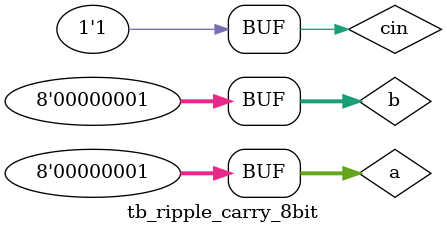
<source format=v>
module tb_ripple_carry_8bit();
    reg [7:0] a, b;
    reg cin;
    wire [7:0] sum;
    wire cout;

    adder_ripple_8bit uut(a, b, cin, sum, cout);

    initial
    begin
        a = 8'h0f;
        b = 8'hf0;
        cin = 0;
        #10;
        a = 8'h0f;
        b = 8'hf0;
        cin = 1;
        #10;
        a = 8'h01;
        b = 8'h01;
        cin = 1;
        #10;
    end

    initial
    begin
        $monitor(
            "a:%x | b:%x | cin:%x | sum:%x | cout:%x",
            a, b, cin, sum, cout
        );
    end
endmodule

</source>
